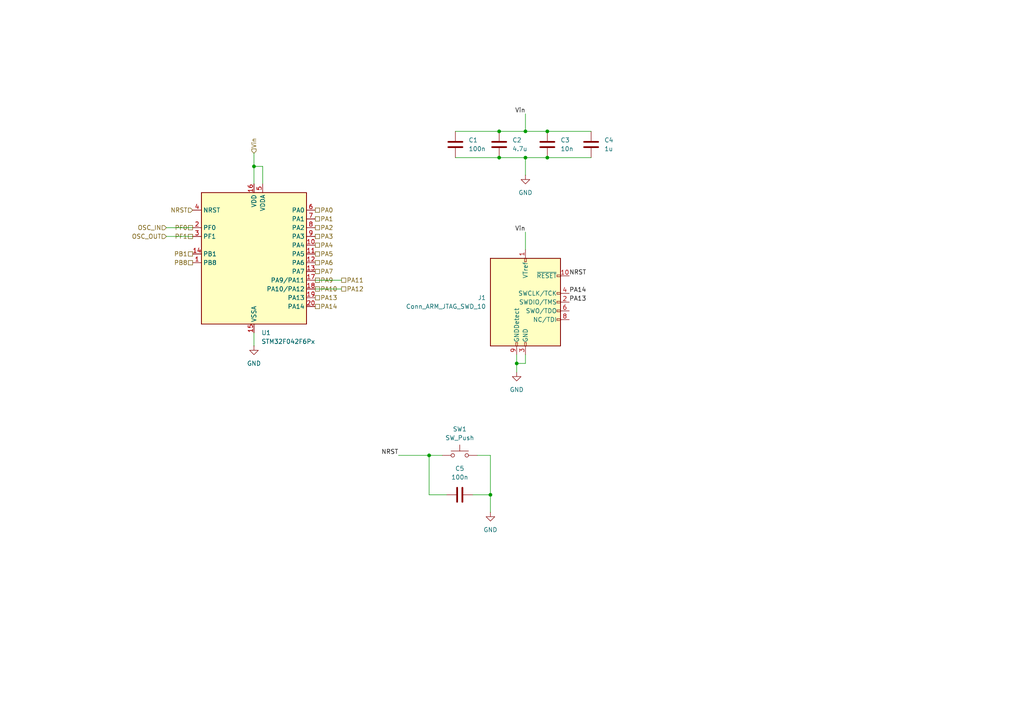
<source format=kicad_sch>
(kicad_sch (version 20250114) (generator "eeschema") (generator_version "9.0")
  (paper "A4")
  (lib_symbols
    (symbol "Connector:Conn_ARM_JTAG_SWD_10" (pin_names (offset 1.016))
      (property "Reference" "J" (at -2.54 16.51 0))
      (property "Value" "Conn_ARM_JTAG_SWD_10" (at -2.54 13.97 0))
      (symbol "Conn_ARM_JTAG_SWD_10_0_1"
        (rectangle (start -10.16 12.7) (end 10.16 -12.7) (stroke (width 0.254)) (fill (type background)))
        (rectangle (start -2.794 -12.7) (end -2.286 -11.684))
        (rectangle (start -0.254 12.7) (end 0.254 11.684))
        (rectangle (start -0.254 -12.7) (end 0.254 -11.684))
        (rectangle (start 9.144 2.286) (end 10.16 2.794))
        (rectangle (start 10.16 7.874) (end 9.144 7.366))
        (rectangle (start 10.16 -0.254) (end 9.144 0.254))
        (rectangle (start 10.16 -2.794) (end 9.144 -2.286))
      )
      (symbol "Conn_ARM_JTAG_SWD_10_1_1"
        (rectangle (start 9.144 -5.334) (end 10.16 -4.826))
        (pin no_connect line (at -10.16 0 0) (length 2.54) (hide yes) (name "KEY") (number "7"))
        (pin passive line (at -2.54 -15.24 90) (length 2.54) (name "GNDDetect") (number "9"))
        (pin power_in line (at 0 15.24 270) (length 2.54) (name "VTref") (number "1"))
        (pin power_in line (at 0 -15.24 90) (length 2.54) (name "GND") (number "3"))
        (pin passive line (at 0 -15.24 90) (length 2.54) (hide yes) (name "GND") (number "5"))
        (pin open_collector line (at 12.7 7.62 180) (length 2.54) (name "~{RESET}") (number "10"))
        (pin output line (at 12.7 2.54 180) (length 2.54) (name "SWCLK/TCK") (number "4"))
        (pin bidirectional line (at 12.7 0 180) (length 2.54) (name "SWDIO/TMS") (number "2"))
        (pin input line (at 12.7 -2.54 180) (length 2.54) (name "SWO/TDO") (number "6"))
        (pin output line (at 12.7 -5.08 180) (length 2.54) (name "NC/TDI") (number "8"))
      )
    )
    (symbol "Device:C" (pin_numbers (hide yes)) (pin_names (offset 0.254))
      (property "Reference" "C" (at 0.635 2.54 0))
      (property "Value" "C" (at 0.635 -2.54 0))
      (symbol "C_0_1"
        (polyline (pts (xy -2.032 0.762) (xy 2.032 0.762)) (stroke (width 0.508)))
        (polyline (pts (xy -2.032 -0.762) (xy 2.032 -0.762)) (stroke (width 0.508)))
      )
      (symbol "C_1_1"
        (pin passive line (at 0 3.81 270) (length 2.794) (name "~") (number "1"))
        (pin passive line (at 0 -3.81 90) (length 2.794) (name "~") (number "2"))
      )
    )
    (symbol "MCU_ST_STM32F0:STM32F042F6Px"
      (property "Reference" "U" (at -15.24 21.59 0))
      (property "Value" "STM32F042F6Px" (at 5.08 21.59 0))
      (symbol "STM32F042F6Px_0_1"
        (rectangle (start -15.24 -17.78) (end 15.24 20.32) (stroke (width 0.254)) (fill (type background)))
      )
      (symbol "STM32F042F6Px_1_1"
        (pin input line (at -17.78 15.24 0) (length 2.54) (name "NRST") (number "4"))
        (pin bidirectional line (at -17.78 10.16 0) (length 2.54) (name "PF0") (number "2"))
        (pin bidirectional line (at -17.78 7.62 0) (length 2.54) (name "PF1") (number "3"))
        (pin bidirectional line (at -17.78 2.54 0) (length 2.54) (name "PB1") (number "14"))
        (pin bidirectional line (at -17.78 0 0) (length 2.54) (name "PB8") (number "1"))
        (pin power_in line (at 0 22.86 270) (length 2.54) (name "VDD") (number "16"))
        (pin power_in line (at 0 -20.32 90) (length 2.54) (name "VSSA") (number "15"))
        (pin power_in line (at 2.54 22.86 270) (length 2.54) (name "VDDA") (number "5"))
        (pin bidirectional line (at 17.78 15.24 180) (length 2.54) (name "PA0") (number "6"))
        (pin bidirectional line (at 17.78 12.7 180) (length 2.54) (name "PA1") (number "7"))
        (pin bidirectional line (at 17.78 10.16 180) (length 2.54) (name "PA2") (number "8"))
        (pin bidirectional line (at 17.78 7.62 180) (length 2.54) (name "PA3") (number "9"))
        (pin bidirectional line (at 17.78 5.08 180) (length 2.54) (name "PA4") (number "10"))
        (pin bidirectional line (at 17.78 2.54 180) (length 2.54) (name "PA5") (number "11"))
        (pin bidirectional line (at 17.78 0 180) (length 2.54) (name "PA6") (number "12"))
        (pin bidirectional line (at 17.78 -2.54 180) (length 2.54) (name "PA7") (number "13"))
        (pin bidirectional line (at 17.78 -5.08 180) (length 2.54) (name "PA9/PA11") (number "17"))
        (pin bidirectional line (at 17.78 -7.62 180) (length 2.54) (name "PA10/PA12") (number "18"))
        (pin bidirectional line (at 17.78 -10.16 180) (length 2.54) (name "PA13") (number "19"))
        (pin bidirectional line (at 17.78 -12.7 180) (length 2.54) (name "PA14") (number "20"))
      )
    )
    (symbol "Switch:SW_Push" (pin_numbers (hide yes)) (pin_names (offset 1.016) (hide yes))
      (property "Reference" "SW" (at 1.27 2.54 0))
      (property "Value" "SW_Push" (at 0 -1.524 0))
      (symbol "SW_Push_0_1"
        (circle (center -2.032 0) (radius 0.508))
        (polyline (pts (xy 0 1.27) (xy 0 3.048)))
        (circle (center 2.032 0) (radius 0.508))
        (polyline (pts (xy 2.54 1.27) (xy -2.54 1.27)))
        (pin passive line (at -5.08 0 0) (length 2.54) (name "1") (number "1"))
        (pin passive line (at 5.08 0 180) (length 2.54) (name "2") (number "2"))
      )
    )
    (symbol "power:GND" (power) (pin_numbers (hide yes)) (pin_names (offset 0) (hide yes))
      (property "Value" "GND" (at 0 -3.81 0))
      (symbol "GND_0_1"
        (polyline (pts (xy 0 0) (xy 0 -1.27) (xy 1.27 -1.27) (xy 0 -2.54) (xy -1.27 -1.27) (xy 0 -1.27)))
      )
      (symbol "GND_1_1"
        (pin power_in line (at 0 0 270) (length 0) (name "~") (number "1"))
      )
    )
  )
  (junction (at 152.4 38.1))
  (junction (at 124.46 132.08))
  (junction (at 144.78 38.1))
  (junction (at 152.4 45.72))
  (junction (at 158.75 45.72))
  (junction (at 149.86 105.41))
  (junction (at 142.24 143.51))
  (junction (at 158.75 38.1))
  (junction (at 144.78 45.72))
  (junction (at 73.66 48.26))
  (wire (pts (xy 142.24 132.08) (xy 138.43 132.08)))
  (wire (pts (xy 91.44 81.28) (xy 99.06 81.28)))
  (wire (pts (xy 149.86 105.41) (xy 152.4 105.41)))
  (wire (pts (xy 76.2 48.26) (xy 76.2 53.34)))
  (wire (pts (xy 132.08 45.72) (xy 144.78 45.72)))
  (wire (pts (xy 73.66 96.52) (xy 73.66 100.33)))
  (wire (pts (xy 48.26 68.58) (xy 55.88 68.58)))
  (wire (pts (xy 73.66 53.34) (xy 73.66 48.26)))
  (wire (pts (xy 152.4 67.31) (xy 152.4 72.39)))
  (wire (pts (xy 144.78 45.72) (xy 152.4 45.72)))
  (wire (pts (xy 152.4 45.72) (xy 152.4 50.8)))
  (wire (pts (xy 158.75 45.72) (xy 171.45 45.72)))
  (wire (pts (xy 152.4 45.72) (xy 158.75 45.72)))
  (wire (pts (xy 142.24 143.51) (xy 142.24 132.08)))
  (wire (pts (xy 115.57 132.08) (xy 124.46 132.08)))
  (wire (pts (xy 152.4 105.41) (xy 152.4 102.87)))
  (wire (pts (xy 152.4 38.1) (xy 158.75 38.1)))
  (wire (pts (xy 91.44 83.82) (xy 99.06 83.82)))
  (wire (pts (xy 152.4 33.02) (xy 152.4 38.1)))
  (wire (pts (xy 48.26 66.04) (xy 55.88 66.04)))
  (wire (pts (xy 158.75 38.1) (xy 171.45 38.1)))
  (wire (pts (xy 144.78 38.1) (xy 152.4 38.1)))
  (wire (pts (xy 124.46 143.51) (xy 129.54 143.51)))
  (wire (pts (xy 137.16 143.51) (xy 142.24 143.51)))
  (wire (pts (xy 149.86 105.41) (xy 149.86 107.95)))
  (wire (pts (xy 73.66 48.26) (xy 76.2 48.26)))
  (wire (pts (xy 128.27 132.08) (xy 124.46 132.08)))
  (wire (pts (xy 124.46 132.08) (xy 124.46 143.51)))
  (wire (pts (xy 73.66 48.26) (xy 73.66 44.45)))
  (wire (pts (xy 132.08 38.1) (xy 144.78 38.1)))
  (wire (pts (xy 149.86 105.41) (xy 149.86 102.87)))
  (wire (pts (xy 142.24 143.51) (xy 142.24 148.59)))
  (label "PA14" (at 165.1 85.09 0))
  (label "NRST" (at 115.57 132.08 180))
  (label "NRST" (at 165.1 80.01 0))
  (label "Vin" (at 152.4 67.31 180))
  (label "PA13" (at 165.1 87.63 0))
  (label "Vin" (at 152.4 33.02 180))
  (hierarchical_label "OSC_IN" (shape input) (at 48.26 66.04 180))
  (hierarchical_label "PB8" (shape passive) (at 55.88 76.2 180))
  (hierarchical_label "PA2" (shape passive) (at 91.44 66.04 0))
  (hierarchical_label "PA7" (shape passive) (at 91.44 78.74 0))
  (hierarchical_label "PA1" (shape passive) (at 91.44 63.5 0))
  (hierarchical_label "PF1" (shape passive) (at 55.88 68.58 180))
  (hierarchical_label "PA0" (shape passive) (at 91.44 60.96 0))
  (hierarchical_label "PA12" (shape passive) (at 99.06 83.82 0))
  (hierarchical_label "PA5" (shape passive) (at 91.44 73.66 0))
  (hierarchical_label "PA4" (shape passive) (at 91.44 71.12 0))
  (hierarchical_label "OSC_OUT" (shape input) (at 48.26 68.58 180))
  (hierarchical_label "PA6" (shape passive) (at 91.44 76.2 0))
  (hierarchical_label "PB1" (shape passive) (at 55.88 73.66 180))
  (hierarchical_label "PA14" (shape passive) (at 91.44 88.9 0))
  (hierarchical_label "NRST" (shape input) (at 55.88 60.96 180))
  (hierarchical_label "PA13" (shape passive) (at 91.44 86.36 0))
  (hierarchical_label "PA11" (shape passive) (at 99.06 81.28 0))
  (hierarchical_label "PF0" (shape passive) (at 55.88 66.04 180))
  (hierarchical_label "PA3" (shape passive) (at 91.44 68.58 0))
  (hierarchical_label "Vin" (shape input) (at 73.66 44.45 90))
  (hierarchical_label "PA10" (shape passive) (at 91.44 83.82 0))
  (hierarchical_label "PA9" (shape passive) (at 91.44 81.28 0))
  (symbol (lib_id "Device:C") (at 158.75 41.91 0) (unit 1)
    (property "Reference" "C3" (at 162.56 40.6399 0) (effects (justify left)))
    (property "Value" "10n" (at 162.56 43.1799 0) (effects (justify left)))
    (property "Description" "Ceramic" (effects (hide yes)))
  )
  (symbol (lib_id "Device:C") (at 171.45 41.91 0) (unit 1)
    (property "Reference" "C4" (at 175.26 40.6399 0) (effects (justify left)))
    (property "Value" "1u" (at 175.26 43.1799 0) (effects (justify left)))
    (property "Description" "Electrolytic/Tantalum" (effects (hide yes)))
  )
  (symbol (lib_id "Device:C") (at 133.35 143.51 90) (unit 1)
    (property "Reference" "C5" (at 133.35 135.89 90))
    (property "Value" "100n" (at 133.35 138.43 90))
    (property "Description" "Ceramic" (effects (hide yes)))
  )
  (symbol (lib_id "Device:C") (at 132.08 41.91 0) (unit 1)
    (property "Reference" "C1" (at 135.89 40.6399 0) (effects (justify left)))
    (property "Value" "100n" (at 135.89 43.1799 0) (effects (justify left)))
    (property "Description" "Ceramic" (effects (hide yes)))
  )
  (symbol (lib_id "power:GND") (at 142.24 148.59 0) (unit 1)
    (property "Reference" "#PWR04" (effects (hide yes)))
    (property "Value" "GND" (at 142.24 153.67 0))
    (property "Description" "Power symbol creates a global label with name \"GND\" , ground" (effects (hide yes)))
  )
  (symbol (lib_id "power:GND") (at 149.86 107.95 0) (unit 1)
    (property "Reference" "#PWR02" (effects (hide yes)))
    (property "Value" "GND" (at 149.86 113.03 0))
    (property "Description" "Power symbol creates a global label with name \"GND\" , ground" (effects (hide yes)))
  )
  (symbol (lib_id "Device:C") (at 144.78 41.91 0) (unit 1)
    (property "Reference" "C2" (at 148.59 40.6399 0) (effects (justify left)))
    (property "Value" "4.7u" (at 148.59 43.1799 0) (effects (justify left)))
    (property "Description" "Electrolytic/Tantalum" (effects (hide yes)))
  )
  (symbol (lib_id "power:GND") (at 152.4 50.8 0) (unit 1)
    (property "Reference" "#PWR03" (effects (hide yes)))
    (property "Value" "GND" (at 152.4 55.88 0))
    (property "Description" "Power symbol creates a global label with name \"GND\" , ground" (effects (hide yes)))
  )
  (symbol (lib_id "MCU_ST_STM32F0:STM32F042F6Px") (at 73.66 76.2 0) (unit 1)
    (property "Reference" "U1" (at 75.8033 96.52 0) (effects (justify left)))
    (property "Value" "STM32F042F6Px" (at 75.8033 99.06 0) (effects (justify left)))
    (property "Footprint" "Package_SO:TSSOP-20_4.4x6.5mm_P0.65mm" (effects (hide yes)))
    (property "Datasheet" "https://www.st.com/resource/en/datasheet/stm32f042f6.pdf" (effects (hide yes)))
    (property "Description" "STMicroelectronics Arm Cortex-M0 MCU, 32KB flash, 6KB RAM, 48 MHz, 2.0-3.6V, 16 GPIO, TSSOP20" (effects (hide yes)))
  )
  (symbol (lib_id "Connector:Conn_ARM_JTAG_SWD_10") (at 152.4 87.63 0) (unit 1)
    (property "Reference" "J1" (at 140.97 86.3599 0) (effects (justify right)))
    (property "Value" "Conn_ARM_JTAG_SWD_10" (at 140.97 88.8999 0) (effects (justify right)))
    (property "Datasheet" "http://infocenter.arm.com/help/topic/com.arm.doc.ddi0314h/DDI0314H_coresight_components_trm.pdf" (effects (hide yes)))
    (property "Description" "Cortex Debug Connector, standard ARM Cortex-M SWD and JTAG interface" (effects (hide yes)))
  )
  (symbol (lib_id "power:GND") (at 73.66 100.33 0) (unit 1)
    (property "Reference" "#PWR01" (effects (hide yes)))
    (property "Value" "GND" (at 73.66 105.41 0))
    (property "Description" "Power symbol creates a global label with name \"GND\" , ground" (effects (hide yes)))
  )
  (symbol (lib_id "Switch:SW_Push") (at 133.35 132.08 0) (unit 1)
    (property "Reference" "SW1" (at 133.35 124.46 0))
    (property "Value" "SW_Push" (at 133.35 127 0))
    (property "Description" "Push button switch, generic, two pins" (effects (hide yes)))
  )
)
</source>
